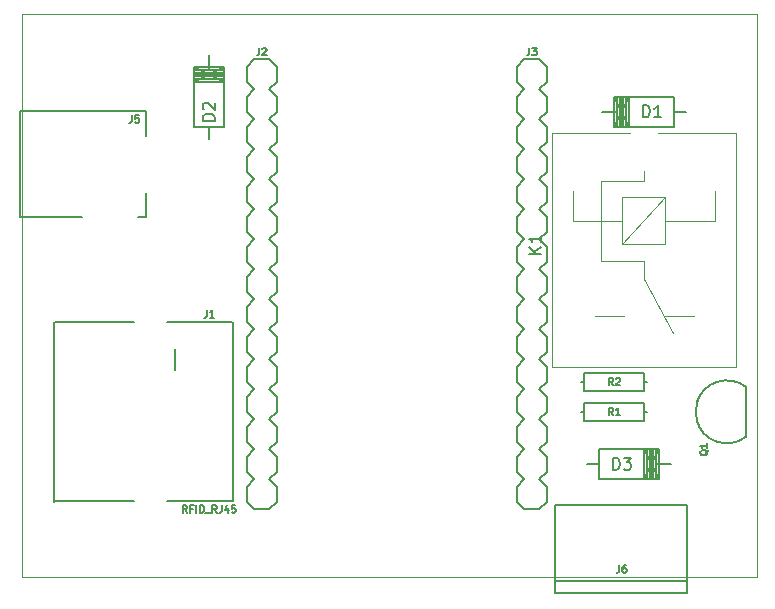
<source format=gbr>
%TF.GenerationSoftware,KiCad,Pcbnew,4.0.2+dfsg1-stable*%
%TF.CreationDate,2018-08-31T16:42:45+08:00*%
%TF.ProjectId,rfid board v2,7266696420626F6172642076322E6B69,rev?*%
%TF.FileFunction,Legend,Top*%
%FSLAX46Y46*%
G04 Gerber Fmt 4.6, Leading zero omitted, Abs format (unit mm)*
G04 Created by KiCad (PCBNEW 4.0.2+dfsg1-stable) date Friday, 31 August, 2018 04:42:45 PM +08*
%MOMM*%
G01*
G04 APERTURE LIST*
%ADD10C,0.100000*%
%ADD11C,0.025400*%
%ADD12C,0.203200*%
%ADD13C,0.120000*%
%ADD14C,0.150000*%
%ADD15C,0.127000*%
G04 APERTURE END LIST*
D10*
D11*
X22860000Y-62865000D02*
X22860000Y-15240000D01*
X85090000Y-62865000D02*
X85090000Y-15240000D01*
X22860000Y-15240000D02*
X85090000Y-15240000D01*
X85090000Y-62865000D02*
X22860000Y-62865000D01*
D12*
X40779700Y-41275000D02*
X40779700Y-56413400D01*
X25577800Y-41275000D02*
X25577800Y-56515000D01*
X40683180Y-41275000D02*
X35184080Y-41275000D01*
X40784780Y-56474360D02*
X35184080Y-56474360D01*
X25684480Y-41275000D02*
X32385000Y-41275000D01*
X25582880Y-56474360D02*
X32385000Y-56474360D01*
X35814000Y-45339000D02*
X35814000Y-43561000D01*
X35814000Y-43561000D02*
X35814000Y-45339000D01*
D13*
X74365000Y-25270000D02*
X67765000Y-25270000D01*
X83365000Y-25270000D02*
X76765000Y-25270000D01*
X83365000Y-25270000D02*
X83365000Y-45070000D01*
X83365000Y-45070000D02*
X67765000Y-45070000D01*
X67765000Y-45070000D02*
X67765000Y-25270000D01*
X71365000Y-40820000D02*
X73815000Y-40820000D01*
X79765000Y-40820000D02*
X77265000Y-40820000D01*
X69515000Y-30220000D02*
X69515000Y-32720000D01*
X75515000Y-29320000D02*
X75515000Y-28520000D01*
X81515000Y-32720000D02*
X81515000Y-30220000D01*
X75515000Y-36120000D02*
X75515000Y-37620000D01*
X75515000Y-37620000D02*
X78015000Y-42220000D01*
X71915000Y-36120000D02*
X71915000Y-29320000D01*
X75515000Y-36120000D02*
X71915000Y-36120000D01*
X75515000Y-29320000D02*
X71915000Y-29320000D01*
X81515000Y-32720000D02*
X77315000Y-32720000D01*
X73715000Y-32720000D02*
X69515000Y-32720000D01*
X73715000Y-34720000D02*
X77315000Y-30720000D01*
X73715000Y-30720000D02*
X77315000Y-30720000D01*
X77315000Y-30720000D02*
X77315000Y-34720000D01*
X77315000Y-34720000D02*
X73715000Y-34720000D01*
X73715000Y-34720000D02*
X73715000Y-30720000D01*
D14*
X38737540Y-24765000D02*
X38737540Y-25781000D01*
X38737540Y-19939000D02*
X38737540Y-18669000D01*
X40007540Y-20193000D02*
X37467540Y-20193000D01*
X40007540Y-20447000D02*
X37467540Y-20447000D01*
X40007540Y-20701000D02*
X37467540Y-20701000D01*
X40007540Y-19939000D02*
X37467540Y-19939000D01*
X40007540Y-20955000D02*
X37467540Y-19685000D01*
X40007540Y-19685000D02*
X37467540Y-20955000D01*
X40007540Y-20955000D02*
X37467540Y-20955000D01*
X40007540Y-20320000D02*
X37467540Y-20320000D01*
X37467540Y-19685000D02*
X40007540Y-19685000D01*
X40007540Y-19685000D02*
X40007540Y-24765000D01*
X40007540Y-24765000D02*
X37467540Y-24765000D01*
X37467540Y-24765000D02*
X37467540Y-19685000D01*
D12*
X84201000Y-50987960D02*
X84201000Y-46802040D01*
X80004388Y-49686291D02*
G75*
G03X84201000Y-50987960I2545612J791291D01*
G01*
X84195715Y-46797861D02*
G75*
G03X80002380Y-48110140I-1645715J-2097139D01*
G01*
X80642592Y-46992814D02*
G75*
G03X80010000Y-48260000I2224908J-1902186D01*
G01*
X80009667Y-48261501D02*
G75*
G03X80645000Y-50800000I2857833J-633499D01*
G01*
D14*
X71755000Y-53342540D02*
X70739000Y-53342540D01*
X76581000Y-53342540D02*
X77851000Y-53342540D01*
X76327000Y-54612540D02*
X76327000Y-52072540D01*
X76073000Y-54612540D02*
X76073000Y-52072540D01*
X75819000Y-54612540D02*
X75819000Y-52072540D01*
X76581000Y-54612540D02*
X76581000Y-52072540D01*
X75565000Y-54612540D02*
X76835000Y-52072540D01*
X76835000Y-54612540D02*
X75565000Y-52072540D01*
X75565000Y-54612540D02*
X75565000Y-52072540D01*
X76200000Y-54612540D02*
X76200000Y-52072540D01*
X76835000Y-52072540D02*
X76835000Y-54612540D01*
X76835000Y-54612540D02*
X71755000Y-54612540D01*
X71755000Y-54612540D02*
X71755000Y-52072540D01*
X71755000Y-52072540D02*
X76835000Y-52072540D01*
D12*
X44450000Y-34925000D02*
X44450000Y-36195000D01*
X44450000Y-36195000D02*
X43815000Y-36830000D01*
X42545000Y-36830000D02*
X41910000Y-36195000D01*
X43815000Y-31750000D02*
X44450000Y-32385000D01*
X44450000Y-32385000D02*
X44450000Y-33655000D01*
X44450000Y-33655000D02*
X43815000Y-34290000D01*
X42545000Y-34290000D02*
X41910000Y-33655000D01*
X41910000Y-33655000D02*
X41910000Y-32385000D01*
X41910000Y-32385000D02*
X42545000Y-31750000D01*
X44450000Y-34925000D02*
X43815000Y-34290000D01*
X42545000Y-34290000D02*
X41910000Y-34925000D01*
X41910000Y-36195000D02*
X41910000Y-34925000D01*
X44450000Y-27305000D02*
X44450000Y-28575000D01*
X44450000Y-28575000D02*
X43815000Y-29210000D01*
X42545000Y-29210000D02*
X41910000Y-28575000D01*
X43815000Y-29210000D02*
X44450000Y-29845000D01*
X44450000Y-29845000D02*
X44450000Y-31115000D01*
X44450000Y-31115000D02*
X43815000Y-31750000D01*
X42545000Y-31750000D02*
X41910000Y-31115000D01*
X41910000Y-31115000D02*
X41910000Y-29845000D01*
X41910000Y-29845000D02*
X42545000Y-29210000D01*
X43815000Y-24130000D02*
X44450000Y-24765000D01*
X44450000Y-24765000D02*
X44450000Y-26035000D01*
X44450000Y-26035000D02*
X43815000Y-26670000D01*
X42545000Y-26670000D02*
X41910000Y-26035000D01*
X41910000Y-26035000D02*
X41910000Y-24765000D01*
X41910000Y-24765000D02*
X42545000Y-24130000D01*
X44450000Y-27305000D02*
X43815000Y-26670000D01*
X42545000Y-26670000D02*
X41910000Y-27305000D01*
X41910000Y-28575000D02*
X41910000Y-27305000D01*
X44450000Y-19685000D02*
X44450000Y-20955000D01*
X44450000Y-20955000D02*
X43815000Y-21590000D01*
X42545000Y-21590000D02*
X41910000Y-20955000D01*
X43815000Y-21590000D02*
X44450000Y-22225000D01*
X44450000Y-22225000D02*
X44450000Y-23495000D01*
X44450000Y-23495000D02*
X43815000Y-24130000D01*
X42545000Y-24130000D02*
X41910000Y-23495000D01*
X41910000Y-23495000D02*
X41910000Y-22225000D01*
X41910000Y-22225000D02*
X42545000Y-21590000D01*
X43815000Y-19050000D02*
X42545000Y-19050000D01*
X44450000Y-19685000D02*
X43815000Y-19050000D01*
X42545000Y-19050000D02*
X41910000Y-19685000D01*
X41910000Y-20955000D02*
X41910000Y-19685000D01*
X44450000Y-52705000D02*
X44450000Y-53975000D01*
X44450000Y-53975000D02*
X43815000Y-54610000D01*
X42545000Y-54610000D02*
X41910000Y-53975000D01*
X43815000Y-49530000D02*
X44450000Y-50165000D01*
X44450000Y-50165000D02*
X44450000Y-51435000D01*
X44450000Y-51435000D02*
X43815000Y-52070000D01*
X42545000Y-52070000D02*
X41910000Y-51435000D01*
X41910000Y-51435000D02*
X41910000Y-50165000D01*
X41910000Y-50165000D02*
X42545000Y-49530000D01*
X44450000Y-52705000D02*
X43815000Y-52070000D01*
X42545000Y-52070000D02*
X41910000Y-52705000D01*
X41910000Y-53975000D02*
X41910000Y-52705000D01*
X44450000Y-45085000D02*
X44450000Y-46355000D01*
X44450000Y-46355000D02*
X43815000Y-46990000D01*
X42545000Y-46990000D02*
X41910000Y-46355000D01*
X43815000Y-46990000D02*
X44450000Y-47625000D01*
X44450000Y-47625000D02*
X44450000Y-48895000D01*
X44450000Y-48895000D02*
X43815000Y-49530000D01*
X42545000Y-49530000D02*
X41910000Y-48895000D01*
X41910000Y-48895000D02*
X41910000Y-47625000D01*
X41910000Y-47625000D02*
X42545000Y-46990000D01*
X43815000Y-41910000D02*
X44450000Y-42545000D01*
X44450000Y-42545000D02*
X44450000Y-43815000D01*
X44450000Y-43815000D02*
X43815000Y-44450000D01*
X42545000Y-44450000D02*
X41910000Y-43815000D01*
X41910000Y-43815000D02*
X41910000Y-42545000D01*
X41910000Y-42545000D02*
X42545000Y-41910000D01*
X44450000Y-45085000D02*
X43815000Y-44450000D01*
X42545000Y-44450000D02*
X41910000Y-45085000D01*
X41910000Y-46355000D02*
X41910000Y-45085000D01*
X44450000Y-37465000D02*
X44450000Y-38735000D01*
X44450000Y-38735000D02*
X43815000Y-39370000D01*
X42545000Y-39370000D02*
X41910000Y-38735000D01*
X43815000Y-39370000D02*
X44450000Y-40005000D01*
X44450000Y-40005000D02*
X44450000Y-41275000D01*
X44450000Y-41275000D02*
X43815000Y-41910000D01*
X42545000Y-41910000D02*
X41910000Y-41275000D01*
X41910000Y-41275000D02*
X41910000Y-40005000D01*
X41910000Y-40005000D02*
X42545000Y-39370000D01*
X44450000Y-37465000D02*
X43815000Y-36830000D01*
X42545000Y-36830000D02*
X41910000Y-37465000D01*
X41910000Y-38735000D02*
X41910000Y-37465000D01*
X44450000Y-55245000D02*
X43815000Y-54610000D01*
X44450000Y-55245000D02*
X44450000Y-56515000D01*
X44450000Y-56515000D02*
X43815000Y-57150000D01*
X43815000Y-57150000D02*
X42545000Y-57150000D01*
X42545000Y-57150000D02*
X41910000Y-56515000D01*
X41910000Y-56515000D02*
X41910000Y-55245000D01*
X42545000Y-54610000D02*
X41910000Y-55245000D01*
X67310000Y-34925000D02*
X67310000Y-36195000D01*
X67310000Y-36195000D02*
X66675000Y-36830000D01*
X65405000Y-36830000D02*
X64770000Y-36195000D01*
X66675000Y-31750000D02*
X67310000Y-32385000D01*
X67310000Y-32385000D02*
X67310000Y-33655000D01*
X67310000Y-33655000D02*
X66675000Y-34290000D01*
X65405000Y-34290000D02*
X64770000Y-33655000D01*
X64770000Y-33655000D02*
X64770000Y-32385000D01*
X64770000Y-32385000D02*
X65405000Y-31750000D01*
X67310000Y-34925000D02*
X66675000Y-34290000D01*
X65405000Y-34290000D02*
X64770000Y-34925000D01*
X64770000Y-36195000D02*
X64770000Y-34925000D01*
X67310000Y-27305000D02*
X67310000Y-28575000D01*
X67310000Y-28575000D02*
X66675000Y-29210000D01*
X65405000Y-29210000D02*
X64770000Y-28575000D01*
X66675000Y-29210000D02*
X67310000Y-29845000D01*
X67310000Y-29845000D02*
X67310000Y-31115000D01*
X67310000Y-31115000D02*
X66675000Y-31750000D01*
X65405000Y-31750000D02*
X64770000Y-31115000D01*
X64770000Y-31115000D02*
X64770000Y-29845000D01*
X64770000Y-29845000D02*
X65405000Y-29210000D01*
X66675000Y-24130000D02*
X67310000Y-24765000D01*
X67310000Y-24765000D02*
X67310000Y-26035000D01*
X67310000Y-26035000D02*
X66675000Y-26670000D01*
X65405000Y-26670000D02*
X64770000Y-26035000D01*
X64770000Y-26035000D02*
X64770000Y-24765000D01*
X64770000Y-24765000D02*
X65405000Y-24130000D01*
X67310000Y-27305000D02*
X66675000Y-26670000D01*
X65405000Y-26670000D02*
X64770000Y-27305000D01*
X64770000Y-28575000D02*
X64770000Y-27305000D01*
X67310000Y-19685000D02*
X67310000Y-20955000D01*
X67310000Y-20955000D02*
X66675000Y-21590000D01*
X65405000Y-21590000D02*
X64770000Y-20955000D01*
X66675000Y-21590000D02*
X67310000Y-22225000D01*
X67310000Y-22225000D02*
X67310000Y-23495000D01*
X67310000Y-23495000D02*
X66675000Y-24130000D01*
X65405000Y-24130000D02*
X64770000Y-23495000D01*
X64770000Y-23495000D02*
X64770000Y-22225000D01*
X64770000Y-22225000D02*
X65405000Y-21590000D01*
X66675000Y-19050000D02*
X65405000Y-19050000D01*
X67310000Y-19685000D02*
X66675000Y-19050000D01*
X65405000Y-19050000D02*
X64770000Y-19685000D01*
X64770000Y-20955000D02*
X64770000Y-19685000D01*
X67310000Y-52705000D02*
X67310000Y-53975000D01*
X67310000Y-53975000D02*
X66675000Y-54610000D01*
X65405000Y-54610000D02*
X64770000Y-53975000D01*
X66675000Y-49530000D02*
X67310000Y-50165000D01*
X67310000Y-50165000D02*
X67310000Y-51435000D01*
X67310000Y-51435000D02*
X66675000Y-52070000D01*
X65405000Y-52070000D02*
X64770000Y-51435000D01*
X64770000Y-51435000D02*
X64770000Y-50165000D01*
X64770000Y-50165000D02*
X65405000Y-49530000D01*
X67310000Y-52705000D02*
X66675000Y-52070000D01*
X65405000Y-52070000D02*
X64770000Y-52705000D01*
X64770000Y-53975000D02*
X64770000Y-52705000D01*
X67310000Y-45085000D02*
X67310000Y-46355000D01*
X67310000Y-46355000D02*
X66675000Y-46990000D01*
X65405000Y-46990000D02*
X64770000Y-46355000D01*
X66675000Y-46990000D02*
X67310000Y-47625000D01*
X67310000Y-47625000D02*
X67310000Y-48895000D01*
X67310000Y-48895000D02*
X66675000Y-49530000D01*
X65405000Y-49530000D02*
X64770000Y-48895000D01*
X64770000Y-48895000D02*
X64770000Y-47625000D01*
X64770000Y-47625000D02*
X65405000Y-46990000D01*
X66675000Y-41910000D02*
X67310000Y-42545000D01*
X67310000Y-42545000D02*
X67310000Y-43815000D01*
X67310000Y-43815000D02*
X66675000Y-44450000D01*
X65405000Y-44450000D02*
X64770000Y-43815000D01*
X64770000Y-43815000D02*
X64770000Y-42545000D01*
X64770000Y-42545000D02*
X65405000Y-41910000D01*
X67310000Y-45085000D02*
X66675000Y-44450000D01*
X65405000Y-44450000D02*
X64770000Y-45085000D01*
X64770000Y-46355000D02*
X64770000Y-45085000D01*
X67310000Y-37465000D02*
X67310000Y-38735000D01*
X67310000Y-38735000D02*
X66675000Y-39370000D01*
X65405000Y-39370000D02*
X64770000Y-38735000D01*
X66675000Y-39370000D02*
X67310000Y-40005000D01*
X67310000Y-40005000D02*
X67310000Y-41275000D01*
X67310000Y-41275000D02*
X66675000Y-41910000D01*
X65405000Y-41910000D02*
X64770000Y-41275000D01*
X64770000Y-41275000D02*
X64770000Y-40005000D01*
X64770000Y-40005000D02*
X65405000Y-39370000D01*
X67310000Y-37465000D02*
X66675000Y-36830000D01*
X65405000Y-36830000D02*
X64770000Y-37465000D01*
X64770000Y-38735000D02*
X64770000Y-37465000D01*
X67310000Y-55245000D02*
X66675000Y-54610000D01*
X67310000Y-55245000D02*
X67310000Y-56515000D01*
X67310000Y-56515000D02*
X66675000Y-57150000D01*
X66675000Y-57150000D02*
X65405000Y-57150000D01*
X65405000Y-57150000D02*
X64770000Y-56515000D01*
X64770000Y-56515000D02*
X64770000Y-55245000D01*
X65405000Y-54610000D02*
X64770000Y-55245000D01*
X33383220Y-32438340D02*
X33383220Y-30337760D01*
X22684740Y-32438340D02*
X27983180Y-32438340D01*
X33383220Y-32438340D02*
X32684720Y-32438340D01*
X22684740Y-23441660D02*
X33383220Y-23441660D01*
X33383220Y-23441660D02*
X33383220Y-25542240D01*
X22684740Y-23441660D02*
X22684740Y-32438340D01*
X70485000Y-48133000D02*
X75565000Y-48133000D01*
X75565000Y-48133000D02*
X75565000Y-48895000D01*
X75565000Y-48895000D02*
X75565000Y-49657000D01*
X75565000Y-49657000D02*
X70485000Y-49657000D01*
X70485000Y-49657000D02*
X70485000Y-48895000D01*
X70485000Y-48895000D02*
X70485000Y-48133000D01*
X75565000Y-48895000D02*
X75819000Y-48895000D01*
X70485000Y-48895000D02*
X70231000Y-48895000D01*
X75565000Y-47117000D02*
X70485000Y-47117000D01*
X70485000Y-47117000D02*
X70485000Y-46355000D01*
X70485000Y-46355000D02*
X70485000Y-45593000D01*
X70485000Y-45593000D02*
X75565000Y-45593000D01*
X75565000Y-45593000D02*
X75565000Y-46355000D01*
X75565000Y-46355000D02*
X75565000Y-47117000D01*
X70485000Y-46355000D02*
X70231000Y-46355000D01*
X75565000Y-46355000D02*
X75819000Y-46355000D01*
X68021200Y-56761380D02*
X79217520Y-56761380D01*
X79217520Y-56761380D02*
X79217520Y-63258700D01*
X79217520Y-63258700D02*
X79217520Y-64259460D01*
X79217520Y-64259460D02*
X68021200Y-64259460D01*
X68021200Y-64259460D02*
X68021200Y-63258700D01*
X68021200Y-63258700D02*
X68021200Y-56761380D01*
X79217520Y-63258700D02*
X68021200Y-63258700D01*
D14*
X78105000Y-23492460D02*
X79121000Y-23492460D01*
X73279000Y-23492460D02*
X72009000Y-23492460D01*
X73533000Y-22222460D02*
X73533000Y-24762460D01*
X73787000Y-22222460D02*
X73787000Y-24762460D01*
X74041000Y-22222460D02*
X74041000Y-24762460D01*
X73279000Y-22222460D02*
X73279000Y-24762460D01*
X74295000Y-22222460D02*
X73025000Y-24762460D01*
X73025000Y-22222460D02*
X74295000Y-24762460D01*
X74295000Y-22222460D02*
X74295000Y-24762460D01*
X73660000Y-22222460D02*
X73660000Y-24762460D01*
X73025000Y-24762460D02*
X73025000Y-22222460D01*
X73025000Y-22222460D02*
X78105000Y-22222460D01*
X78105000Y-22222460D02*
X78105000Y-24762460D01*
X78105000Y-24762460D02*
X73025000Y-24762460D01*
D15*
X38531800Y-40306171D02*
X38531800Y-40741600D01*
X38502772Y-40828686D01*
X38444715Y-40886743D01*
X38357629Y-40915771D01*
X38299572Y-40915771D01*
X39141400Y-40915771D02*
X38793057Y-40915771D01*
X38967229Y-40915771D02*
X38967229Y-40306171D01*
X38909172Y-40393257D01*
X38851114Y-40451314D01*
X38793057Y-40480343D01*
X36862658Y-57425771D02*
X36659458Y-57135486D01*
X36514315Y-57425771D02*
X36514315Y-56816171D01*
X36746543Y-56816171D01*
X36804601Y-56845200D01*
X36833629Y-56874229D01*
X36862658Y-56932286D01*
X36862658Y-57019371D01*
X36833629Y-57077429D01*
X36804601Y-57106457D01*
X36746543Y-57135486D01*
X36514315Y-57135486D01*
X37327115Y-57106457D02*
X37123915Y-57106457D01*
X37123915Y-57425771D02*
X37123915Y-56816171D01*
X37414201Y-56816171D01*
X37646429Y-57425771D02*
X37646429Y-56816171D01*
X37936715Y-57425771D02*
X37936715Y-56816171D01*
X38081858Y-56816171D01*
X38168943Y-56845200D01*
X38227001Y-56903257D01*
X38256029Y-56961314D01*
X38285058Y-57077429D01*
X38285058Y-57164514D01*
X38256029Y-57280629D01*
X38227001Y-57338686D01*
X38168943Y-57396743D01*
X38081858Y-57425771D01*
X37936715Y-57425771D01*
X38401172Y-57483829D02*
X38865629Y-57483829D01*
X39359115Y-57425771D02*
X39155915Y-57135486D01*
X39010772Y-57425771D02*
X39010772Y-56816171D01*
X39243000Y-56816171D01*
X39301058Y-56845200D01*
X39330086Y-56874229D01*
X39359115Y-56932286D01*
X39359115Y-57019371D01*
X39330086Y-57077429D01*
X39301058Y-57106457D01*
X39243000Y-57135486D01*
X39010772Y-57135486D01*
X39794543Y-56816171D02*
X39794543Y-57251600D01*
X39765515Y-57338686D01*
X39707458Y-57396743D01*
X39620372Y-57425771D01*
X39562315Y-57425771D01*
X40346086Y-57019371D02*
X40346086Y-57425771D01*
X40200943Y-56787143D02*
X40055800Y-57222571D01*
X40433172Y-57222571D01*
X40955686Y-56816171D02*
X40665400Y-56816171D01*
X40636371Y-57106457D01*
X40665400Y-57077429D01*
X40723457Y-57048400D01*
X40868600Y-57048400D01*
X40926657Y-57077429D01*
X40955686Y-57106457D01*
X40984714Y-57164514D01*
X40984714Y-57309657D01*
X40955686Y-57367714D01*
X40926657Y-57396743D01*
X40868600Y-57425771D01*
X40723457Y-57425771D01*
X40665400Y-57396743D01*
X40636371Y-57367714D01*
D14*
X66817381Y-35508095D02*
X65817381Y-35508095D01*
X66817381Y-34936666D02*
X66245952Y-35365238D01*
X65817381Y-34936666D02*
X66388810Y-35508095D01*
X66817381Y-33984285D02*
X66817381Y-34555714D01*
X66817381Y-34270000D02*
X65817381Y-34270000D01*
X65960238Y-34365238D01*
X66055476Y-34460476D01*
X66103095Y-34555714D01*
X39187381Y-24233095D02*
X38187381Y-24233095D01*
X38187381Y-23995000D01*
X38235000Y-23852142D01*
X38330238Y-23756904D01*
X38425476Y-23709285D01*
X38615952Y-23661666D01*
X38758810Y-23661666D01*
X38949286Y-23709285D01*
X39044524Y-23756904D01*
X39139762Y-23852142D01*
X39187381Y-23995000D01*
X39187381Y-24233095D01*
X38282619Y-23280714D02*
X38235000Y-23233095D01*
X38187381Y-23137857D01*
X38187381Y-22899761D01*
X38235000Y-22804523D01*
X38282619Y-22756904D01*
X38377857Y-22709285D01*
X38473095Y-22709285D01*
X38615952Y-22756904D01*
X39187381Y-23328333D01*
X39187381Y-22709285D01*
D15*
X80978829Y-52128057D02*
X80949800Y-52186114D01*
X80891743Y-52244171D01*
X80804657Y-52331257D01*
X80775629Y-52389314D01*
X80775629Y-52447371D01*
X80920771Y-52418343D02*
X80891743Y-52476400D01*
X80833686Y-52534457D01*
X80717571Y-52563486D01*
X80514371Y-52563486D01*
X80398257Y-52534457D01*
X80340200Y-52476400D01*
X80311171Y-52418343D01*
X80311171Y-52302229D01*
X80340200Y-52244171D01*
X80398257Y-52186114D01*
X80514371Y-52157086D01*
X80717571Y-52157086D01*
X80833686Y-52186114D01*
X80891743Y-52244171D01*
X80920771Y-52302229D01*
X80920771Y-52418343D01*
X80920771Y-51576514D02*
X80920771Y-51924857D01*
X80920771Y-51750685D02*
X80311171Y-51750685D01*
X80398257Y-51808742D01*
X80456314Y-51866800D01*
X80485343Y-51924857D01*
D14*
X72921905Y-53792381D02*
X72921905Y-52792381D01*
X73160000Y-52792381D01*
X73302858Y-52840000D01*
X73398096Y-52935238D01*
X73445715Y-53030476D01*
X73493334Y-53220952D01*
X73493334Y-53363810D01*
X73445715Y-53554286D01*
X73398096Y-53649524D01*
X73302858Y-53744762D01*
X73160000Y-53792381D01*
X72921905Y-53792381D01*
X73826667Y-52792381D02*
X74445715Y-52792381D01*
X74112381Y-53173333D01*
X74255239Y-53173333D01*
X74350477Y-53220952D01*
X74398096Y-53268571D01*
X74445715Y-53363810D01*
X74445715Y-53601905D01*
X74398096Y-53697143D01*
X74350477Y-53744762D01*
X74255239Y-53792381D01*
X73969524Y-53792381D01*
X73874286Y-53744762D01*
X73826667Y-53697143D01*
D15*
X42976800Y-18081171D02*
X42976800Y-18516600D01*
X42947772Y-18603686D01*
X42889715Y-18661743D01*
X42802629Y-18690771D01*
X42744572Y-18690771D01*
X43238057Y-18139229D02*
X43267086Y-18110200D01*
X43325143Y-18081171D01*
X43470286Y-18081171D01*
X43528343Y-18110200D01*
X43557372Y-18139229D01*
X43586400Y-18197286D01*
X43586400Y-18255343D01*
X43557372Y-18342429D01*
X43209029Y-18690771D01*
X43586400Y-18690771D01*
X65836800Y-18081171D02*
X65836800Y-18516600D01*
X65807772Y-18603686D01*
X65749715Y-18661743D01*
X65662629Y-18690771D01*
X65604572Y-18690771D01*
X66069029Y-18081171D02*
X66446400Y-18081171D01*
X66243200Y-18313400D01*
X66330286Y-18313400D01*
X66388343Y-18342429D01*
X66417372Y-18371457D01*
X66446400Y-18429514D01*
X66446400Y-18574657D01*
X66417372Y-18632714D01*
X66388343Y-18661743D01*
X66330286Y-18690771D01*
X66156114Y-18690771D01*
X66098057Y-18661743D01*
X66069029Y-18632714D01*
X32181800Y-23796171D02*
X32181800Y-24231600D01*
X32152772Y-24318686D01*
X32094715Y-24376743D01*
X32007629Y-24405771D01*
X31949572Y-24405771D01*
X32762372Y-23796171D02*
X32472086Y-23796171D01*
X32443057Y-24086457D01*
X32472086Y-24057429D01*
X32530143Y-24028400D01*
X32675286Y-24028400D01*
X32733343Y-24057429D01*
X32762372Y-24086457D01*
X32791400Y-24144514D01*
X32791400Y-24289657D01*
X32762372Y-24347714D01*
X32733343Y-24376743D01*
X32675286Y-24405771D01*
X32530143Y-24405771D01*
X32472086Y-24376743D01*
X32443057Y-24347714D01*
X72923401Y-49170771D02*
X72720201Y-48880486D01*
X72575058Y-49170771D02*
X72575058Y-48561171D01*
X72807286Y-48561171D01*
X72865344Y-48590200D01*
X72894372Y-48619229D01*
X72923401Y-48677286D01*
X72923401Y-48764371D01*
X72894372Y-48822429D01*
X72865344Y-48851457D01*
X72807286Y-48880486D01*
X72575058Y-48880486D01*
X73503972Y-49170771D02*
X73155629Y-49170771D01*
X73329801Y-49170771D02*
X73329801Y-48561171D01*
X73271744Y-48648257D01*
X73213686Y-48706314D01*
X73155629Y-48735343D01*
X72923401Y-46630771D02*
X72720201Y-46340486D01*
X72575058Y-46630771D02*
X72575058Y-46021171D01*
X72807286Y-46021171D01*
X72865344Y-46050200D01*
X72894372Y-46079229D01*
X72923401Y-46137286D01*
X72923401Y-46224371D01*
X72894372Y-46282429D01*
X72865344Y-46311457D01*
X72807286Y-46340486D01*
X72575058Y-46340486D01*
X73155629Y-46079229D02*
X73184658Y-46050200D01*
X73242715Y-46021171D01*
X73387858Y-46021171D01*
X73445915Y-46050200D01*
X73474944Y-46079229D01*
X73503972Y-46137286D01*
X73503972Y-46195343D01*
X73474944Y-46282429D01*
X73126601Y-46630771D01*
X73503972Y-46630771D01*
X73456800Y-61896171D02*
X73456800Y-62331600D01*
X73427772Y-62418686D01*
X73369715Y-62476743D01*
X73282629Y-62505771D01*
X73224572Y-62505771D01*
X74008343Y-61896171D02*
X73892229Y-61896171D01*
X73834172Y-61925200D01*
X73805143Y-61954229D01*
X73747086Y-62041314D01*
X73718057Y-62157429D01*
X73718057Y-62389657D01*
X73747086Y-62447714D01*
X73776114Y-62476743D01*
X73834172Y-62505771D01*
X73950286Y-62505771D01*
X74008343Y-62476743D01*
X74037372Y-62447714D01*
X74066400Y-62389657D01*
X74066400Y-62244514D01*
X74037372Y-62186457D01*
X74008343Y-62157429D01*
X73950286Y-62128400D01*
X73834172Y-62128400D01*
X73776114Y-62157429D01*
X73747086Y-62186457D01*
X73718057Y-62244514D01*
D14*
X75461905Y-23947381D02*
X75461905Y-22947381D01*
X75700000Y-22947381D01*
X75842858Y-22995000D01*
X75938096Y-23090238D01*
X75985715Y-23185476D01*
X76033334Y-23375952D01*
X76033334Y-23518810D01*
X75985715Y-23709286D01*
X75938096Y-23804524D01*
X75842858Y-23899762D01*
X75700000Y-23947381D01*
X75461905Y-23947381D01*
X76985715Y-23947381D02*
X76414286Y-23947381D01*
X76700000Y-23947381D02*
X76700000Y-22947381D01*
X76604762Y-23090238D01*
X76509524Y-23185476D01*
X76414286Y-23233095D01*
M02*

</source>
